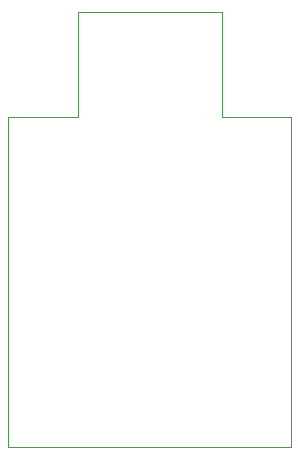
<source format=gbr>
G04 EAGLE Gerber RS-274X export*
G75*
%MOMM*%
%FSLAX34Y34*%
%LPD*%
%INMilling*%
%IPPOS*%
%AMOC8*
5,1,8,0,0,1.08239X$1,22.5*%
G01*
%ADD10C,0.076200*%


D10*
X77470Y384810D02*
X199390Y384810D01*
X199390Y295910D01*
X257810Y295910D01*
X257810Y16510D01*
X17780Y16510D01*
X17780Y295910D01*
X77470Y295910D01*
X77470Y384810D01*
M02*

</source>
